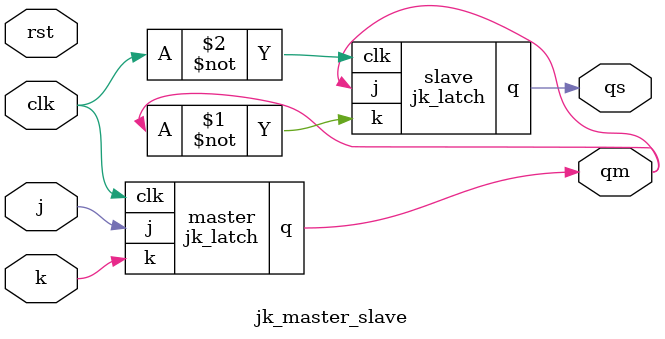
<source format=v>
 module jk_latch (input  j, k, clk,output reg q);
  always @(*) begin
    if (clk)begin
        if (~j & ~k)
            q = q;       
        else if(~j & k)
            q = 1'b0;    
        else if(j & ~k)
            q = 1'b1;    
        else 
            q = ~q;
    end
      
end
endmodule

module jk_master_slave(input j,k,clk,rst,
                       output reg qm,qs);
  jk_latch master(.j(j),.k(k),.clk(clk),.q(qm));
  jk_latch slave(.j(qm),.k(~qm),.clk(~clk),.q(qs));
endmodule
  

</source>
